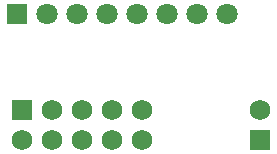
<source format=gbs>
G04 Layer_Color=16711935*
%FSLAX24Y24*%
%MOIN*%
G70*
G01*
G75*
%ADD19C,0.0710*%
%ADD20R,0.0710X0.0710*%
%ADD21C,0.0680*%
%ADD22R,0.0680X0.0680*%
D19*
X42443Y38671D02*
D03*
X43443D02*
D03*
X41443D02*
D03*
X44443D02*
D03*
X46443D02*
D03*
X45443D02*
D03*
X47443D02*
D03*
D20*
X40443D02*
D03*
D21*
X42610Y34472D02*
D03*
Y35472D02*
D03*
X43610Y34472D02*
D03*
X44610D02*
D03*
X40610D02*
D03*
X41610D02*
D03*
X43610Y35472D02*
D03*
X44610D02*
D03*
X41610D02*
D03*
X48533Y35468D02*
D03*
D22*
X40610Y35472D02*
D03*
X48533Y34469D02*
D03*
M02*

</source>
